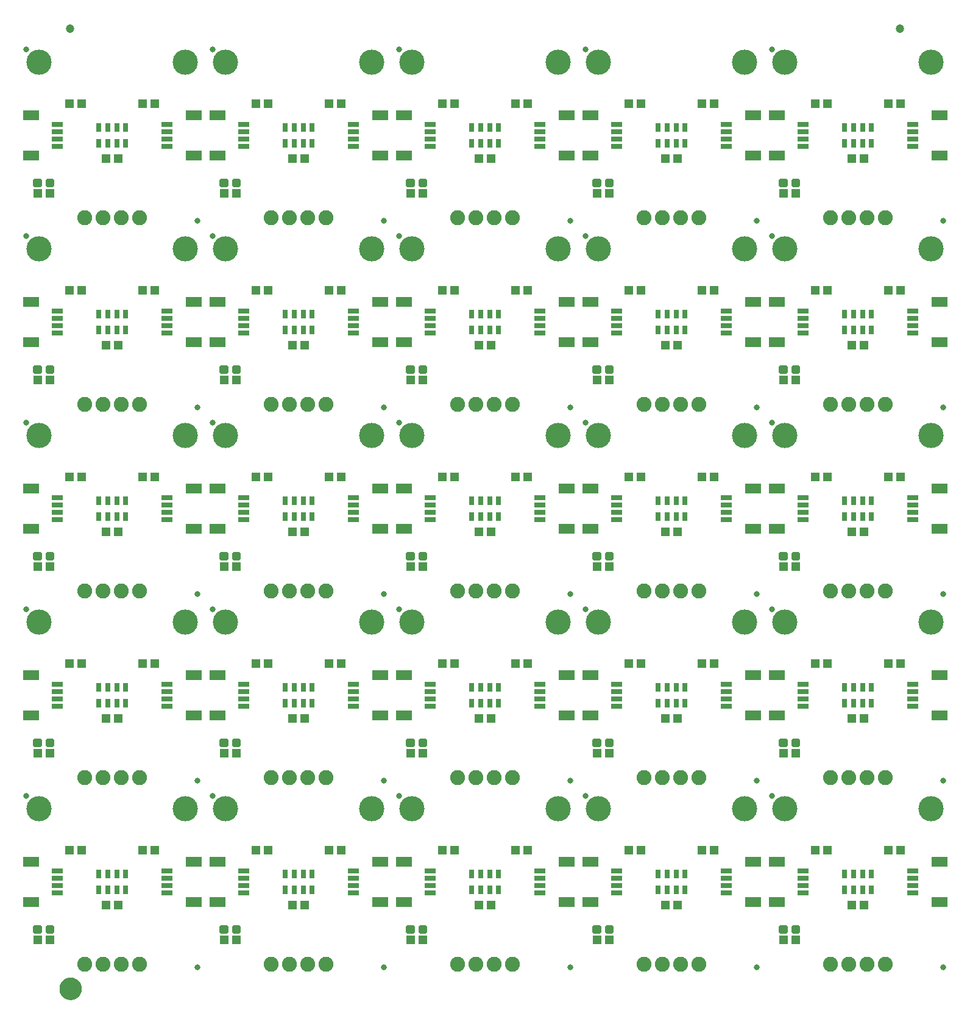
<source format=gts>
G75*
%MOIN*%
%OFA0B0*%
%FSLAX25Y25*%
%IPPOS*%
%LPD*%
%AMOC8*
5,1,8,0,0,1.08239X$1,22.5*
%
%ADD10C,0.13800*%
%ADD11C,0.03300*%
%ADD12R,0.05131X0.04737*%
%ADD13R,0.08674X0.05524*%
%ADD14R,0.06115X0.03162*%
%ADD15C,0.08200*%
%ADD16C,0.01990*%
%ADD17R,0.03162X0.05131*%
%ADD18C,0.04737*%
%ADD19C,0.05000*%
%ADD20C,0.06706*%
D10*
X0048342Y0118750D03*
X0128342Y0118750D03*
X0150342Y0118750D03*
X0230342Y0118750D03*
X0252342Y0118750D03*
X0332342Y0118750D03*
X0354342Y0118750D03*
X0434342Y0118750D03*
X0456342Y0118750D03*
X0536342Y0118750D03*
X0536342Y0220750D03*
X0456342Y0220750D03*
X0434342Y0220750D03*
X0354342Y0220750D03*
X0332342Y0220750D03*
X0252342Y0220750D03*
X0230342Y0220750D03*
X0150342Y0220750D03*
X0128342Y0220750D03*
X0048342Y0220750D03*
X0048342Y0322750D03*
X0128342Y0322750D03*
X0150342Y0322750D03*
X0230342Y0322750D03*
X0252342Y0322750D03*
X0332342Y0322750D03*
X0354342Y0322750D03*
X0434342Y0322750D03*
X0456342Y0322750D03*
X0536342Y0322750D03*
X0536342Y0424750D03*
X0456342Y0424750D03*
X0434342Y0424750D03*
X0354342Y0424750D03*
X0332342Y0424750D03*
X0252342Y0424750D03*
X0230342Y0424750D03*
X0150342Y0424750D03*
X0128342Y0424750D03*
X0048342Y0424750D03*
X0048342Y0526750D03*
X0128342Y0526750D03*
X0150342Y0526750D03*
X0230342Y0526750D03*
X0252342Y0526750D03*
X0332342Y0526750D03*
X0354342Y0526750D03*
X0434342Y0526750D03*
X0456342Y0526750D03*
X0536342Y0526750D03*
D11*
X0449342Y0533750D03*
X0440842Y0440250D03*
X0449342Y0431750D03*
X0542842Y0440250D03*
X0542842Y0338250D03*
X0449342Y0329750D03*
X0440842Y0338250D03*
X0347342Y0329750D03*
X0338842Y0338250D03*
X0245342Y0329750D03*
X0236842Y0338250D03*
X0143342Y0329750D03*
X0134842Y0338250D03*
X0041342Y0329750D03*
X0134842Y0236250D03*
X0143342Y0227750D03*
X0236842Y0236250D03*
X0245342Y0227750D03*
X0338842Y0236250D03*
X0347342Y0227750D03*
X0440842Y0236250D03*
X0449342Y0227750D03*
X0542842Y0236250D03*
X0542842Y0134250D03*
X0449342Y0125750D03*
X0440842Y0134250D03*
X0347342Y0125750D03*
X0338842Y0134250D03*
X0245342Y0125750D03*
X0236842Y0134250D03*
X0143342Y0125750D03*
X0134842Y0134250D03*
X0041342Y0125750D03*
X0134842Y0032250D03*
X0236842Y0032250D03*
X0338842Y0032250D03*
X0440842Y0032250D03*
X0542842Y0032250D03*
X0347342Y0431750D03*
X0338842Y0440250D03*
X0245342Y0431750D03*
X0236842Y0440250D03*
X0143342Y0431750D03*
X0134842Y0440250D03*
X0041342Y0431750D03*
X0041342Y0533750D03*
X0143342Y0533750D03*
X0245342Y0533750D03*
X0347342Y0533750D03*
X0041342Y0227750D03*
D12*
X0047495Y0047250D03*
X0054188Y0047250D03*
X0084995Y0066250D03*
X0091688Y0066250D03*
X0104995Y0096250D03*
X0111688Y0096250D03*
X0071688Y0096250D03*
X0064995Y0096250D03*
X0054188Y0149250D03*
X0047495Y0149250D03*
X0084995Y0168250D03*
X0091688Y0168250D03*
X0104995Y0198250D03*
X0111688Y0198250D03*
X0071688Y0198250D03*
X0064995Y0198250D03*
X0054188Y0251250D03*
X0047495Y0251250D03*
X0084995Y0270250D03*
X0091688Y0270250D03*
X0104995Y0300250D03*
X0111688Y0300250D03*
X0071688Y0300250D03*
X0064995Y0300250D03*
X0054188Y0353250D03*
X0047495Y0353250D03*
X0084995Y0372250D03*
X0091688Y0372250D03*
X0104995Y0402250D03*
X0111688Y0402250D03*
X0071688Y0402250D03*
X0064995Y0402250D03*
X0054188Y0455250D03*
X0047495Y0455250D03*
X0084995Y0474250D03*
X0091688Y0474250D03*
X0104995Y0504250D03*
X0111688Y0504250D03*
X0071688Y0504250D03*
X0064995Y0504250D03*
X0149495Y0455250D03*
X0156188Y0455250D03*
X0186995Y0474250D03*
X0193688Y0474250D03*
X0206995Y0504250D03*
X0213688Y0504250D03*
X0173688Y0504250D03*
X0166995Y0504250D03*
X0251495Y0455250D03*
X0258188Y0455250D03*
X0288995Y0474250D03*
X0295688Y0474250D03*
X0308995Y0504250D03*
X0315688Y0504250D03*
X0275688Y0504250D03*
X0268995Y0504250D03*
X0353495Y0455250D03*
X0360188Y0455250D03*
X0390995Y0474250D03*
X0397688Y0474250D03*
X0410995Y0504250D03*
X0417688Y0504250D03*
X0377688Y0504250D03*
X0370995Y0504250D03*
X0455495Y0455250D03*
X0462188Y0455250D03*
X0492995Y0474250D03*
X0499688Y0474250D03*
X0512995Y0504250D03*
X0519688Y0504250D03*
X0479688Y0504250D03*
X0472995Y0504250D03*
X0472995Y0402250D03*
X0479688Y0402250D03*
X0492995Y0372250D03*
X0499688Y0372250D03*
X0512995Y0402250D03*
X0519688Y0402250D03*
X0462188Y0353250D03*
X0455495Y0353250D03*
X0417688Y0402250D03*
X0410995Y0402250D03*
X0397688Y0372250D03*
X0390995Y0372250D03*
X0377688Y0402250D03*
X0370995Y0402250D03*
X0360188Y0353250D03*
X0353495Y0353250D03*
X0315688Y0402250D03*
X0308995Y0402250D03*
X0295688Y0372250D03*
X0288995Y0372250D03*
X0275688Y0402250D03*
X0268995Y0402250D03*
X0258188Y0353250D03*
X0251495Y0353250D03*
X0213688Y0402250D03*
X0206995Y0402250D03*
X0193688Y0372250D03*
X0186995Y0372250D03*
X0156188Y0353250D03*
X0149495Y0353250D03*
X0166995Y0402250D03*
X0173688Y0402250D03*
X0173688Y0300250D03*
X0166995Y0300250D03*
X0186995Y0270250D03*
X0193688Y0270250D03*
X0206995Y0300250D03*
X0213688Y0300250D03*
X0251495Y0251250D03*
X0258188Y0251250D03*
X0288995Y0270250D03*
X0295688Y0270250D03*
X0308995Y0300250D03*
X0315688Y0300250D03*
X0275688Y0300250D03*
X0268995Y0300250D03*
X0353495Y0251250D03*
X0360188Y0251250D03*
X0390995Y0270250D03*
X0397688Y0270250D03*
X0410995Y0300250D03*
X0417688Y0300250D03*
X0377688Y0300250D03*
X0370995Y0300250D03*
X0455495Y0251250D03*
X0462188Y0251250D03*
X0492995Y0270250D03*
X0499688Y0270250D03*
X0512995Y0300250D03*
X0519688Y0300250D03*
X0479688Y0300250D03*
X0472995Y0300250D03*
X0472995Y0198250D03*
X0479688Y0198250D03*
X0492995Y0168250D03*
X0499688Y0168250D03*
X0512995Y0198250D03*
X0519688Y0198250D03*
X0462188Y0149250D03*
X0455495Y0149250D03*
X0417688Y0198250D03*
X0410995Y0198250D03*
X0397688Y0168250D03*
X0390995Y0168250D03*
X0377688Y0198250D03*
X0370995Y0198250D03*
X0360188Y0149250D03*
X0353495Y0149250D03*
X0315688Y0198250D03*
X0308995Y0198250D03*
X0295688Y0168250D03*
X0288995Y0168250D03*
X0275688Y0198250D03*
X0268995Y0198250D03*
X0258188Y0149250D03*
X0251495Y0149250D03*
X0213688Y0198250D03*
X0206995Y0198250D03*
X0193688Y0168250D03*
X0186995Y0168250D03*
X0156188Y0149250D03*
X0149495Y0149250D03*
X0166995Y0198250D03*
X0173688Y0198250D03*
X0156188Y0251250D03*
X0149495Y0251250D03*
X0166995Y0096250D03*
X0173688Y0096250D03*
X0186995Y0066250D03*
X0193688Y0066250D03*
X0206995Y0096250D03*
X0213688Y0096250D03*
X0251495Y0047250D03*
X0258188Y0047250D03*
X0288995Y0066250D03*
X0295688Y0066250D03*
X0308995Y0096250D03*
X0315688Y0096250D03*
X0275688Y0096250D03*
X0268995Y0096250D03*
X0353495Y0047250D03*
X0360188Y0047250D03*
X0390995Y0066250D03*
X0397688Y0066250D03*
X0410995Y0096250D03*
X0417688Y0096250D03*
X0377688Y0096250D03*
X0370995Y0096250D03*
X0455495Y0047250D03*
X0462188Y0047250D03*
X0492995Y0066250D03*
X0499688Y0066250D03*
X0512995Y0096250D03*
X0519688Y0096250D03*
X0479688Y0096250D03*
X0472995Y0096250D03*
X0156188Y0047250D03*
X0149495Y0047250D03*
D13*
X0145873Y0067726D03*
X0132810Y0067726D03*
X0132810Y0089774D03*
X0145873Y0089774D03*
X0145873Y0169726D03*
X0132810Y0169726D03*
X0132810Y0191774D03*
X0145873Y0191774D03*
X0145873Y0271726D03*
X0132810Y0271726D03*
X0132810Y0293774D03*
X0145873Y0293774D03*
X0145873Y0373726D03*
X0132810Y0373726D03*
X0132810Y0395774D03*
X0145873Y0395774D03*
X0145873Y0475726D03*
X0132810Y0475726D03*
X0132810Y0497774D03*
X0145873Y0497774D03*
X0234810Y0497774D03*
X0247873Y0497774D03*
X0247873Y0475726D03*
X0234810Y0475726D03*
X0234810Y0395774D03*
X0247873Y0395774D03*
X0247873Y0373726D03*
X0234810Y0373726D03*
X0234810Y0293774D03*
X0247873Y0293774D03*
X0247873Y0271726D03*
X0234810Y0271726D03*
X0234810Y0191774D03*
X0247873Y0191774D03*
X0247873Y0169726D03*
X0234810Y0169726D03*
X0234810Y0089774D03*
X0247873Y0089774D03*
X0247873Y0067726D03*
X0234810Y0067726D03*
X0336810Y0067726D03*
X0349873Y0067726D03*
X0349873Y0089774D03*
X0336810Y0089774D03*
X0336810Y0169726D03*
X0349873Y0169726D03*
X0349873Y0191774D03*
X0336810Y0191774D03*
X0336810Y0271726D03*
X0349873Y0271726D03*
X0349873Y0293774D03*
X0336810Y0293774D03*
X0336810Y0373726D03*
X0349873Y0373726D03*
X0349873Y0395774D03*
X0336810Y0395774D03*
X0336810Y0475726D03*
X0349873Y0475726D03*
X0349873Y0497774D03*
X0336810Y0497774D03*
X0438810Y0497774D03*
X0451873Y0497774D03*
X0451873Y0475726D03*
X0438810Y0475726D03*
X0438810Y0395774D03*
X0451873Y0395774D03*
X0451873Y0373726D03*
X0438810Y0373726D03*
X0438810Y0293774D03*
X0451873Y0293774D03*
X0451873Y0271726D03*
X0438810Y0271726D03*
X0438810Y0191774D03*
X0451873Y0191774D03*
X0451873Y0169726D03*
X0438810Y0169726D03*
X0438810Y0089774D03*
X0451873Y0089774D03*
X0451873Y0067726D03*
X0438810Y0067726D03*
X0540810Y0067726D03*
X0540810Y0089774D03*
X0540810Y0169726D03*
X0540810Y0191774D03*
X0540810Y0271726D03*
X0540810Y0293774D03*
X0540810Y0373726D03*
X0540810Y0395774D03*
X0540810Y0475726D03*
X0540810Y0497774D03*
X0043873Y0497774D03*
X0043873Y0475726D03*
X0043873Y0395774D03*
X0043873Y0373726D03*
X0043873Y0293774D03*
X0043873Y0271726D03*
X0043873Y0191774D03*
X0043873Y0169726D03*
X0043873Y0089774D03*
X0043873Y0067726D03*
D14*
X0058342Y0072844D03*
X0058342Y0076781D03*
X0058342Y0080719D03*
X0058342Y0084656D03*
X0118342Y0084656D03*
X0118342Y0080719D03*
X0118342Y0076781D03*
X0118342Y0072844D03*
X0160342Y0072844D03*
X0160342Y0076781D03*
X0160342Y0080719D03*
X0160342Y0084656D03*
X0220342Y0084656D03*
X0220342Y0080719D03*
X0220342Y0076781D03*
X0220342Y0072844D03*
X0262342Y0072844D03*
X0262342Y0076781D03*
X0262342Y0080719D03*
X0262342Y0084656D03*
X0322342Y0084656D03*
X0322342Y0080719D03*
X0322342Y0076781D03*
X0322342Y0072844D03*
X0364342Y0072844D03*
X0364342Y0076781D03*
X0364342Y0080719D03*
X0364342Y0084656D03*
X0424342Y0084656D03*
X0424342Y0080719D03*
X0424342Y0076781D03*
X0424342Y0072844D03*
X0466342Y0072844D03*
X0466342Y0076781D03*
X0466342Y0080719D03*
X0466342Y0084656D03*
X0526342Y0084656D03*
X0526342Y0080719D03*
X0526342Y0076781D03*
X0526342Y0072844D03*
X0526342Y0174844D03*
X0526342Y0178781D03*
X0526342Y0182719D03*
X0526342Y0186656D03*
X0466342Y0186656D03*
X0466342Y0182719D03*
X0466342Y0178781D03*
X0466342Y0174844D03*
X0424342Y0174844D03*
X0424342Y0178781D03*
X0424342Y0182719D03*
X0424342Y0186656D03*
X0364342Y0186656D03*
X0364342Y0182719D03*
X0364342Y0178781D03*
X0364342Y0174844D03*
X0322342Y0174844D03*
X0322342Y0178781D03*
X0322342Y0182719D03*
X0322342Y0186656D03*
X0262342Y0186656D03*
X0262342Y0182719D03*
X0262342Y0178781D03*
X0262342Y0174844D03*
X0220342Y0174844D03*
X0220342Y0178781D03*
X0220342Y0182719D03*
X0220342Y0186656D03*
X0160342Y0186656D03*
X0160342Y0182719D03*
X0160342Y0178781D03*
X0160342Y0174844D03*
X0118342Y0174844D03*
X0118342Y0178781D03*
X0118342Y0182719D03*
X0118342Y0186656D03*
X0058342Y0186656D03*
X0058342Y0182719D03*
X0058342Y0178781D03*
X0058342Y0174844D03*
X0058342Y0276844D03*
X0058342Y0280781D03*
X0058342Y0284719D03*
X0058342Y0288656D03*
X0118342Y0288656D03*
X0118342Y0284719D03*
X0118342Y0280781D03*
X0118342Y0276844D03*
X0160342Y0276844D03*
X0160342Y0280781D03*
X0160342Y0284719D03*
X0160342Y0288656D03*
X0220342Y0288656D03*
X0220342Y0284719D03*
X0220342Y0280781D03*
X0220342Y0276844D03*
X0262342Y0276844D03*
X0262342Y0280781D03*
X0262342Y0284719D03*
X0262342Y0288656D03*
X0322342Y0288656D03*
X0322342Y0284719D03*
X0322342Y0280781D03*
X0322342Y0276844D03*
X0364342Y0276844D03*
X0364342Y0280781D03*
X0364342Y0284719D03*
X0364342Y0288656D03*
X0424342Y0288656D03*
X0424342Y0284719D03*
X0424342Y0280781D03*
X0424342Y0276844D03*
X0466342Y0276844D03*
X0466342Y0280781D03*
X0466342Y0284719D03*
X0466342Y0288656D03*
X0526342Y0288656D03*
X0526342Y0284719D03*
X0526342Y0280781D03*
X0526342Y0276844D03*
X0526342Y0378844D03*
X0526342Y0382781D03*
X0526342Y0386719D03*
X0526342Y0390656D03*
X0466342Y0390656D03*
X0466342Y0386719D03*
X0466342Y0382781D03*
X0466342Y0378844D03*
X0424342Y0378844D03*
X0424342Y0382781D03*
X0424342Y0386719D03*
X0424342Y0390656D03*
X0364342Y0390656D03*
X0364342Y0386719D03*
X0364342Y0382781D03*
X0364342Y0378844D03*
X0322342Y0378844D03*
X0322342Y0382781D03*
X0322342Y0386719D03*
X0322342Y0390656D03*
X0262342Y0390656D03*
X0262342Y0386719D03*
X0262342Y0382781D03*
X0262342Y0378844D03*
X0220342Y0378844D03*
X0220342Y0382781D03*
X0220342Y0386719D03*
X0220342Y0390656D03*
X0160342Y0390656D03*
X0160342Y0386719D03*
X0160342Y0382781D03*
X0160342Y0378844D03*
X0118342Y0378844D03*
X0118342Y0382781D03*
X0118342Y0386719D03*
X0118342Y0390656D03*
X0058342Y0390656D03*
X0058342Y0386719D03*
X0058342Y0382781D03*
X0058342Y0378844D03*
X0058342Y0480844D03*
X0058342Y0484781D03*
X0058342Y0488719D03*
X0058342Y0492656D03*
X0118342Y0492656D03*
X0118342Y0488719D03*
X0118342Y0484781D03*
X0118342Y0480844D03*
X0160342Y0480844D03*
X0160342Y0484781D03*
X0160342Y0488719D03*
X0160342Y0492656D03*
X0220342Y0492656D03*
X0220342Y0488719D03*
X0220342Y0484781D03*
X0220342Y0480844D03*
X0262342Y0480844D03*
X0262342Y0484781D03*
X0262342Y0488719D03*
X0262342Y0492656D03*
X0322342Y0492656D03*
X0322342Y0488719D03*
X0322342Y0484781D03*
X0322342Y0480844D03*
X0364342Y0480844D03*
X0364342Y0484781D03*
X0364342Y0488719D03*
X0364342Y0492656D03*
X0424342Y0492656D03*
X0424342Y0488719D03*
X0424342Y0484781D03*
X0424342Y0480844D03*
X0466342Y0480844D03*
X0466342Y0484781D03*
X0466342Y0488719D03*
X0466342Y0492656D03*
X0526342Y0492656D03*
X0526342Y0488719D03*
X0526342Y0484781D03*
X0526342Y0480844D03*
D15*
X0511342Y0441750D03*
X0501342Y0441750D03*
X0491342Y0441750D03*
X0481342Y0441750D03*
X0409342Y0441750D03*
X0399342Y0441750D03*
X0389342Y0441750D03*
X0379342Y0441750D03*
X0307342Y0441750D03*
X0297342Y0441750D03*
X0287342Y0441750D03*
X0277342Y0441750D03*
X0205342Y0441750D03*
X0195342Y0441750D03*
X0185342Y0441750D03*
X0175342Y0441750D03*
X0103342Y0441750D03*
X0093342Y0441750D03*
X0083342Y0441750D03*
X0073342Y0441750D03*
X0073342Y0339750D03*
X0083342Y0339750D03*
X0093342Y0339750D03*
X0103342Y0339750D03*
X0175342Y0339750D03*
X0185342Y0339750D03*
X0195342Y0339750D03*
X0205342Y0339750D03*
X0277342Y0339750D03*
X0287342Y0339750D03*
X0297342Y0339750D03*
X0307342Y0339750D03*
X0379342Y0339750D03*
X0389342Y0339750D03*
X0399342Y0339750D03*
X0409342Y0339750D03*
X0481342Y0339750D03*
X0491342Y0339750D03*
X0501342Y0339750D03*
X0511342Y0339750D03*
X0511342Y0237750D03*
X0501342Y0237750D03*
X0491342Y0237750D03*
X0481342Y0237750D03*
X0409342Y0237750D03*
X0399342Y0237750D03*
X0389342Y0237750D03*
X0379342Y0237750D03*
X0307342Y0237750D03*
X0297342Y0237750D03*
X0287342Y0237750D03*
X0277342Y0237750D03*
X0205342Y0237750D03*
X0195342Y0237750D03*
X0185342Y0237750D03*
X0175342Y0237750D03*
X0103342Y0237750D03*
X0093342Y0237750D03*
X0083342Y0237750D03*
X0073342Y0237750D03*
X0073342Y0135750D03*
X0083342Y0135750D03*
X0093342Y0135750D03*
X0103342Y0135750D03*
X0175342Y0135750D03*
X0185342Y0135750D03*
X0195342Y0135750D03*
X0205342Y0135750D03*
X0277342Y0135750D03*
X0287342Y0135750D03*
X0297342Y0135750D03*
X0307342Y0135750D03*
X0379342Y0135750D03*
X0389342Y0135750D03*
X0399342Y0135750D03*
X0409342Y0135750D03*
X0481342Y0135750D03*
X0491342Y0135750D03*
X0501342Y0135750D03*
X0511342Y0135750D03*
X0511342Y0033750D03*
X0501342Y0033750D03*
X0491342Y0033750D03*
X0481342Y0033750D03*
X0409342Y0033750D03*
X0399342Y0033750D03*
X0389342Y0033750D03*
X0379342Y0033750D03*
X0307342Y0033750D03*
X0297342Y0033750D03*
X0287342Y0033750D03*
X0277342Y0033750D03*
X0205342Y0033750D03*
X0195342Y0033750D03*
X0185342Y0033750D03*
X0175342Y0033750D03*
X0103342Y0033750D03*
X0093342Y0033750D03*
X0083342Y0033750D03*
X0073342Y0033750D03*
D16*
X0052922Y0051377D02*
X0052922Y0054123D01*
X0055668Y0054123D01*
X0055668Y0051377D01*
X0052922Y0051377D01*
X0052922Y0053267D02*
X0055668Y0053267D01*
X0046016Y0054123D02*
X0046016Y0051377D01*
X0046016Y0054123D02*
X0048762Y0054123D01*
X0048762Y0051377D01*
X0046016Y0051377D01*
X0046016Y0053267D02*
X0048762Y0053267D01*
X0148016Y0054123D02*
X0148016Y0051377D01*
X0148016Y0054123D02*
X0150762Y0054123D01*
X0150762Y0051377D01*
X0148016Y0051377D01*
X0148016Y0053267D02*
X0150762Y0053267D01*
X0154922Y0054123D02*
X0154922Y0051377D01*
X0154922Y0054123D02*
X0157668Y0054123D01*
X0157668Y0051377D01*
X0154922Y0051377D01*
X0154922Y0053267D02*
X0157668Y0053267D01*
X0250016Y0054123D02*
X0250016Y0051377D01*
X0250016Y0054123D02*
X0252762Y0054123D01*
X0252762Y0051377D01*
X0250016Y0051377D01*
X0250016Y0053267D02*
X0252762Y0053267D01*
X0256922Y0054123D02*
X0256922Y0051377D01*
X0256922Y0054123D02*
X0259668Y0054123D01*
X0259668Y0051377D01*
X0256922Y0051377D01*
X0256922Y0053267D02*
X0259668Y0053267D01*
X0352016Y0054123D02*
X0352016Y0051377D01*
X0352016Y0054123D02*
X0354762Y0054123D01*
X0354762Y0051377D01*
X0352016Y0051377D01*
X0352016Y0053267D02*
X0354762Y0053267D01*
X0358922Y0054123D02*
X0358922Y0051377D01*
X0358922Y0054123D02*
X0361668Y0054123D01*
X0361668Y0051377D01*
X0358922Y0051377D01*
X0358922Y0053267D02*
X0361668Y0053267D01*
X0454016Y0054123D02*
X0454016Y0051377D01*
X0454016Y0054123D02*
X0456762Y0054123D01*
X0456762Y0051377D01*
X0454016Y0051377D01*
X0454016Y0053267D02*
X0456762Y0053267D01*
X0460922Y0054123D02*
X0460922Y0051377D01*
X0460922Y0054123D02*
X0463668Y0054123D01*
X0463668Y0051377D01*
X0460922Y0051377D01*
X0460922Y0053267D02*
X0463668Y0053267D01*
X0460922Y0153377D02*
X0460922Y0156123D01*
X0463668Y0156123D01*
X0463668Y0153377D01*
X0460922Y0153377D01*
X0460922Y0155267D02*
X0463668Y0155267D01*
X0454016Y0156123D02*
X0454016Y0153377D01*
X0454016Y0156123D02*
X0456762Y0156123D01*
X0456762Y0153377D01*
X0454016Y0153377D01*
X0454016Y0155267D02*
X0456762Y0155267D01*
X0358922Y0156123D02*
X0358922Y0153377D01*
X0358922Y0156123D02*
X0361668Y0156123D01*
X0361668Y0153377D01*
X0358922Y0153377D01*
X0358922Y0155267D02*
X0361668Y0155267D01*
X0352016Y0156123D02*
X0352016Y0153377D01*
X0352016Y0156123D02*
X0354762Y0156123D01*
X0354762Y0153377D01*
X0352016Y0153377D01*
X0352016Y0155267D02*
X0354762Y0155267D01*
X0256922Y0156123D02*
X0256922Y0153377D01*
X0256922Y0156123D02*
X0259668Y0156123D01*
X0259668Y0153377D01*
X0256922Y0153377D01*
X0256922Y0155267D02*
X0259668Y0155267D01*
X0250016Y0156123D02*
X0250016Y0153377D01*
X0250016Y0156123D02*
X0252762Y0156123D01*
X0252762Y0153377D01*
X0250016Y0153377D01*
X0250016Y0155267D02*
X0252762Y0155267D01*
X0154922Y0156123D02*
X0154922Y0153377D01*
X0154922Y0156123D02*
X0157668Y0156123D01*
X0157668Y0153377D01*
X0154922Y0153377D01*
X0154922Y0155267D02*
X0157668Y0155267D01*
X0148016Y0156123D02*
X0148016Y0153377D01*
X0148016Y0156123D02*
X0150762Y0156123D01*
X0150762Y0153377D01*
X0148016Y0153377D01*
X0148016Y0155267D02*
X0150762Y0155267D01*
X0052922Y0156123D02*
X0052922Y0153377D01*
X0052922Y0156123D02*
X0055668Y0156123D01*
X0055668Y0153377D01*
X0052922Y0153377D01*
X0052922Y0155267D02*
X0055668Y0155267D01*
X0046016Y0156123D02*
X0046016Y0153377D01*
X0046016Y0156123D02*
X0048762Y0156123D01*
X0048762Y0153377D01*
X0046016Y0153377D01*
X0046016Y0155267D02*
X0048762Y0155267D01*
X0046016Y0255377D02*
X0046016Y0258123D01*
X0048762Y0258123D01*
X0048762Y0255377D01*
X0046016Y0255377D01*
X0046016Y0257267D02*
X0048762Y0257267D01*
X0052922Y0258123D02*
X0052922Y0255377D01*
X0052922Y0258123D02*
X0055668Y0258123D01*
X0055668Y0255377D01*
X0052922Y0255377D01*
X0052922Y0257267D02*
X0055668Y0257267D01*
X0148016Y0258123D02*
X0148016Y0255377D01*
X0148016Y0258123D02*
X0150762Y0258123D01*
X0150762Y0255377D01*
X0148016Y0255377D01*
X0148016Y0257267D02*
X0150762Y0257267D01*
X0154922Y0258123D02*
X0154922Y0255377D01*
X0154922Y0258123D02*
X0157668Y0258123D01*
X0157668Y0255377D01*
X0154922Y0255377D01*
X0154922Y0257267D02*
X0157668Y0257267D01*
X0250016Y0258123D02*
X0250016Y0255377D01*
X0250016Y0258123D02*
X0252762Y0258123D01*
X0252762Y0255377D01*
X0250016Y0255377D01*
X0250016Y0257267D02*
X0252762Y0257267D01*
X0256922Y0258123D02*
X0256922Y0255377D01*
X0256922Y0258123D02*
X0259668Y0258123D01*
X0259668Y0255377D01*
X0256922Y0255377D01*
X0256922Y0257267D02*
X0259668Y0257267D01*
X0352016Y0258123D02*
X0352016Y0255377D01*
X0352016Y0258123D02*
X0354762Y0258123D01*
X0354762Y0255377D01*
X0352016Y0255377D01*
X0352016Y0257267D02*
X0354762Y0257267D01*
X0358922Y0258123D02*
X0358922Y0255377D01*
X0358922Y0258123D02*
X0361668Y0258123D01*
X0361668Y0255377D01*
X0358922Y0255377D01*
X0358922Y0257267D02*
X0361668Y0257267D01*
X0454016Y0258123D02*
X0454016Y0255377D01*
X0454016Y0258123D02*
X0456762Y0258123D01*
X0456762Y0255377D01*
X0454016Y0255377D01*
X0454016Y0257267D02*
X0456762Y0257267D01*
X0460922Y0258123D02*
X0460922Y0255377D01*
X0460922Y0258123D02*
X0463668Y0258123D01*
X0463668Y0255377D01*
X0460922Y0255377D01*
X0460922Y0257267D02*
X0463668Y0257267D01*
X0460922Y0357377D02*
X0460922Y0360123D01*
X0463668Y0360123D01*
X0463668Y0357377D01*
X0460922Y0357377D01*
X0460922Y0359267D02*
X0463668Y0359267D01*
X0454016Y0360123D02*
X0454016Y0357377D01*
X0454016Y0360123D02*
X0456762Y0360123D01*
X0456762Y0357377D01*
X0454016Y0357377D01*
X0454016Y0359267D02*
X0456762Y0359267D01*
X0358922Y0360123D02*
X0358922Y0357377D01*
X0358922Y0360123D02*
X0361668Y0360123D01*
X0361668Y0357377D01*
X0358922Y0357377D01*
X0358922Y0359267D02*
X0361668Y0359267D01*
X0352016Y0360123D02*
X0352016Y0357377D01*
X0352016Y0360123D02*
X0354762Y0360123D01*
X0354762Y0357377D01*
X0352016Y0357377D01*
X0352016Y0359267D02*
X0354762Y0359267D01*
X0256922Y0360123D02*
X0256922Y0357377D01*
X0256922Y0360123D02*
X0259668Y0360123D01*
X0259668Y0357377D01*
X0256922Y0357377D01*
X0256922Y0359267D02*
X0259668Y0359267D01*
X0250016Y0360123D02*
X0250016Y0357377D01*
X0250016Y0360123D02*
X0252762Y0360123D01*
X0252762Y0357377D01*
X0250016Y0357377D01*
X0250016Y0359267D02*
X0252762Y0359267D01*
X0154922Y0360123D02*
X0154922Y0357377D01*
X0154922Y0360123D02*
X0157668Y0360123D01*
X0157668Y0357377D01*
X0154922Y0357377D01*
X0154922Y0359267D02*
X0157668Y0359267D01*
X0148016Y0360123D02*
X0148016Y0357377D01*
X0148016Y0360123D02*
X0150762Y0360123D01*
X0150762Y0357377D01*
X0148016Y0357377D01*
X0148016Y0359267D02*
X0150762Y0359267D01*
X0052922Y0360123D02*
X0052922Y0357377D01*
X0052922Y0360123D02*
X0055668Y0360123D01*
X0055668Y0357377D01*
X0052922Y0357377D01*
X0052922Y0359267D02*
X0055668Y0359267D01*
X0046016Y0360123D02*
X0046016Y0357377D01*
X0046016Y0360123D02*
X0048762Y0360123D01*
X0048762Y0357377D01*
X0046016Y0357377D01*
X0046016Y0359267D02*
X0048762Y0359267D01*
X0046016Y0459377D02*
X0046016Y0462123D01*
X0048762Y0462123D01*
X0048762Y0459377D01*
X0046016Y0459377D01*
X0046016Y0461267D02*
X0048762Y0461267D01*
X0052922Y0462123D02*
X0052922Y0459377D01*
X0052922Y0462123D02*
X0055668Y0462123D01*
X0055668Y0459377D01*
X0052922Y0459377D01*
X0052922Y0461267D02*
X0055668Y0461267D01*
X0148016Y0462123D02*
X0148016Y0459377D01*
X0148016Y0462123D02*
X0150762Y0462123D01*
X0150762Y0459377D01*
X0148016Y0459377D01*
X0148016Y0461267D02*
X0150762Y0461267D01*
X0154922Y0462123D02*
X0154922Y0459377D01*
X0154922Y0462123D02*
X0157668Y0462123D01*
X0157668Y0459377D01*
X0154922Y0459377D01*
X0154922Y0461267D02*
X0157668Y0461267D01*
X0250016Y0462123D02*
X0250016Y0459377D01*
X0250016Y0462123D02*
X0252762Y0462123D01*
X0252762Y0459377D01*
X0250016Y0459377D01*
X0250016Y0461267D02*
X0252762Y0461267D01*
X0256922Y0462123D02*
X0256922Y0459377D01*
X0256922Y0462123D02*
X0259668Y0462123D01*
X0259668Y0459377D01*
X0256922Y0459377D01*
X0256922Y0461267D02*
X0259668Y0461267D01*
X0352016Y0462123D02*
X0352016Y0459377D01*
X0352016Y0462123D02*
X0354762Y0462123D01*
X0354762Y0459377D01*
X0352016Y0459377D01*
X0352016Y0461267D02*
X0354762Y0461267D01*
X0358922Y0462123D02*
X0358922Y0459377D01*
X0358922Y0462123D02*
X0361668Y0462123D01*
X0361668Y0459377D01*
X0358922Y0459377D01*
X0358922Y0461267D02*
X0361668Y0461267D01*
X0454016Y0462123D02*
X0454016Y0459377D01*
X0454016Y0462123D02*
X0456762Y0462123D01*
X0456762Y0459377D01*
X0454016Y0459377D01*
X0454016Y0461267D02*
X0456762Y0461267D01*
X0460922Y0462123D02*
X0460922Y0459377D01*
X0460922Y0462123D02*
X0463668Y0462123D01*
X0463668Y0459377D01*
X0460922Y0459377D01*
X0460922Y0461267D02*
X0463668Y0461267D01*
D17*
X0488960Y0482419D03*
X0493881Y0482419D03*
X0498802Y0482419D03*
X0503724Y0482419D03*
X0503724Y0491081D03*
X0498802Y0491081D03*
X0493881Y0491081D03*
X0488960Y0491081D03*
X0401724Y0491081D03*
X0396802Y0491081D03*
X0391881Y0491081D03*
X0386960Y0491081D03*
X0386960Y0482419D03*
X0391881Y0482419D03*
X0396802Y0482419D03*
X0401724Y0482419D03*
X0401724Y0389081D03*
X0396802Y0389081D03*
X0391881Y0389081D03*
X0386960Y0389081D03*
X0386960Y0380419D03*
X0391881Y0380419D03*
X0396802Y0380419D03*
X0401724Y0380419D03*
X0488960Y0380419D03*
X0493881Y0380419D03*
X0498802Y0380419D03*
X0503724Y0380419D03*
X0503724Y0389081D03*
X0498802Y0389081D03*
X0493881Y0389081D03*
X0488960Y0389081D03*
X0488960Y0287081D03*
X0493881Y0287081D03*
X0498802Y0287081D03*
X0503724Y0287081D03*
X0503724Y0278419D03*
X0498802Y0278419D03*
X0493881Y0278419D03*
X0488960Y0278419D03*
X0401724Y0278419D03*
X0396802Y0278419D03*
X0391881Y0278419D03*
X0386960Y0278419D03*
X0386960Y0287081D03*
X0391881Y0287081D03*
X0396802Y0287081D03*
X0401724Y0287081D03*
X0299724Y0287081D03*
X0294802Y0287081D03*
X0289881Y0287081D03*
X0284960Y0287081D03*
X0284960Y0278419D03*
X0289881Y0278419D03*
X0294802Y0278419D03*
X0299724Y0278419D03*
X0299724Y0185081D03*
X0294802Y0185081D03*
X0289881Y0185081D03*
X0284960Y0185081D03*
X0284960Y0176419D03*
X0289881Y0176419D03*
X0294802Y0176419D03*
X0299724Y0176419D03*
X0386960Y0176419D03*
X0391881Y0176419D03*
X0396802Y0176419D03*
X0401724Y0176419D03*
X0401724Y0185081D03*
X0396802Y0185081D03*
X0391881Y0185081D03*
X0386960Y0185081D03*
X0488960Y0185081D03*
X0493881Y0185081D03*
X0498802Y0185081D03*
X0503724Y0185081D03*
X0503724Y0176419D03*
X0498802Y0176419D03*
X0493881Y0176419D03*
X0488960Y0176419D03*
X0488960Y0083081D03*
X0493881Y0083081D03*
X0498802Y0083081D03*
X0503724Y0083081D03*
X0503724Y0074419D03*
X0498802Y0074419D03*
X0493881Y0074419D03*
X0488960Y0074419D03*
X0401724Y0074419D03*
X0396802Y0074419D03*
X0391881Y0074419D03*
X0386960Y0074419D03*
X0386960Y0083081D03*
X0391881Y0083081D03*
X0396802Y0083081D03*
X0401724Y0083081D03*
X0299724Y0083081D03*
X0294802Y0083081D03*
X0289881Y0083081D03*
X0284960Y0083081D03*
X0284960Y0074419D03*
X0289881Y0074419D03*
X0294802Y0074419D03*
X0299724Y0074419D03*
X0197724Y0074419D03*
X0192802Y0074419D03*
X0187881Y0074419D03*
X0182960Y0074419D03*
X0182960Y0083081D03*
X0187881Y0083081D03*
X0192802Y0083081D03*
X0197724Y0083081D03*
X0197724Y0176419D03*
X0192802Y0176419D03*
X0187881Y0176419D03*
X0182960Y0176419D03*
X0182960Y0185081D03*
X0187881Y0185081D03*
X0192802Y0185081D03*
X0197724Y0185081D03*
X0197724Y0278419D03*
X0192802Y0278419D03*
X0187881Y0278419D03*
X0182960Y0278419D03*
X0182960Y0287081D03*
X0187881Y0287081D03*
X0192802Y0287081D03*
X0197724Y0287081D03*
X0197724Y0380419D03*
X0192802Y0380419D03*
X0187881Y0380419D03*
X0182960Y0380419D03*
X0182960Y0389081D03*
X0187881Y0389081D03*
X0192802Y0389081D03*
X0197724Y0389081D03*
X0284960Y0389081D03*
X0289881Y0389081D03*
X0294802Y0389081D03*
X0299724Y0389081D03*
X0299724Y0380419D03*
X0294802Y0380419D03*
X0289881Y0380419D03*
X0284960Y0380419D03*
X0284960Y0482419D03*
X0289881Y0482419D03*
X0294802Y0482419D03*
X0299724Y0482419D03*
X0299724Y0491081D03*
X0294802Y0491081D03*
X0289881Y0491081D03*
X0284960Y0491081D03*
X0197724Y0491081D03*
X0192802Y0491081D03*
X0187881Y0491081D03*
X0182960Y0491081D03*
X0182960Y0482419D03*
X0187881Y0482419D03*
X0192802Y0482419D03*
X0197724Y0482419D03*
X0095724Y0482419D03*
X0090802Y0482419D03*
X0085881Y0482419D03*
X0080960Y0482419D03*
X0080960Y0491081D03*
X0085881Y0491081D03*
X0090802Y0491081D03*
X0095724Y0491081D03*
X0095724Y0389081D03*
X0090802Y0389081D03*
X0085881Y0389081D03*
X0080960Y0389081D03*
X0080960Y0380419D03*
X0085881Y0380419D03*
X0090802Y0380419D03*
X0095724Y0380419D03*
X0095724Y0287081D03*
X0090802Y0287081D03*
X0085881Y0287081D03*
X0080960Y0287081D03*
X0080960Y0278419D03*
X0085881Y0278419D03*
X0090802Y0278419D03*
X0095724Y0278419D03*
X0095724Y0185081D03*
X0090802Y0185081D03*
X0085881Y0185081D03*
X0080960Y0185081D03*
X0080960Y0176419D03*
X0085881Y0176419D03*
X0090802Y0176419D03*
X0095724Y0176419D03*
X0095724Y0083081D03*
X0090802Y0083081D03*
X0085881Y0083081D03*
X0080960Y0083081D03*
X0080960Y0074419D03*
X0085881Y0074419D03*
X0090802Y0074419D03*
X0095724Y0074419D03*
D18*
X0065342Y0545000D03*
X0519342Y0545000D03*
D19*
X0061777Y0020500D02*
X0061779Y0020619D01*
X0061785Y0020738D01*
X0061795Y0020857D01*
X0061809Y0020975D01*
X0061827Y0021093D01*
X0061848Y0021210D01*
X0061874Y0021326D01*
X0061904Y0021442D01*
X0061937Y0021556D01*
X0061974Y0021669D01*
X0062015Y0021781D01*
X0062060Y0021892D01*
X0062108Y0022001D01*
X0062160Y0022108D01*
X0062216Y0022213D01*
X0062275Y0022317D01*
X0062337Y0022418D01*
X0062403Y0022518D01*
X0062472Y0022615D01*
X0062544Y0022709D01*
X0062620Y0022802D01*
X0062698Y0022891D01*
X0062779Y0022978D01*
X0062864Y0023063D01*
X0062951Y0023144D01*
X0063040Y0023222D01*
X0063133Y0023298D01*
X0063227Y0023370D01*
X0063324Y0023439D01*
X0063424Y0023505D01*
X0063525Y0023567D01*
X0063629Y0023626D01*
X0063734Y0023682D01*
X0063841Y0023734D01*
X0063950Y0023782D01*
X0064061Y0023827D01*
X0064173Y0023868D01*
X0064286Y0023905D01*
X0064400Y0023938D01*
X0064516Y0023968D01*
X0064632Y0023994D01*
X0064749Y0024015D01*
X0064867Y0024033D01*
X0064985Y0024047D01*
X0065104Y0024057D01*
X0065223Y0024063D01*
X0065342Y0024065D01*
X0065461Y0024063D01*
X0065580Y0024057D01*
X0065699Y0024047D01*
X0065817Y0024033D01*
X0065935Y0024015D01*
X0066052Y0023994D01*
X0066168Y0023968D01*
X0066284Y0023938D01*
X0066398Y0023905D01*
X0066511Y0023868D01*
X0066623Y0023827D01*
X0066734Y0023782D01*
X0066843Y0023734D01*
X0066950Y0023682D01*
X0067055Y0023626D01*
X0067159Y0023567D01*
X0067260Y0023505D01*
X0067360Y0023439D01*
X0067457Y0023370D01*
X0067551Y0023298D01*
X0067644Y0023222D01*
X0067733Y0023144D01*
X0067820Y0023063D01*
X0067905Y0022978D01*
X0067986Y0022891D01*
X0068064Y0022802D01*
X0068140Y0022709D01*
X0068212Y0022615D01*
X0068281Y0022518D01*
X0068347Y0022418D01*
X0068409Y0022317D01*
X0068468Y0022213D01*
X0068524Y0022108D01*
X0068576Y0022001D01*
X0068624Y0021892D01*
X0068669Y0021781D01*
X0068710Y0021669D01*
X0068747Y0021556D01*
X0068780Y0021442D01*
X0068810Y0021326D01*
X0068836Y0021210D01*
X0068857Y0021093D01*
X0068875Y0020975D01*
X0068889Y0020857D01*
X0068899Y0020738D01*
X0068905Y0020619D01*
X0068907Y0020500D01*
X0068905Y0020381D01*
X0068899Y0020262D01*
X0068889Y0020143D01*
X0068875Y0020025D01*
X0068857Y0019907D01*
X0068836Y0019790D01*
X0068810Y0019674D01*
X0068780Y0019558D01*
X0068747Y0019444D01*
X0068710Y0019331D01*
X0068669Y0019219D01*
X0068624Y0019108D01*
X0068576Y0018999D01*
X0068524Y0018892D01*
X0068468Y0018787D01*
X0068409Y0018683D01*
X0068347Y0018582D01*
X0068281Y0018482D01*
X0068212Y0018385D01*
X0068140Y0018291D01*
X0068064Y0018198D01*
X0067986Y0018109D01*
X0067905Y0018022D01*
X0067820Y0017937D01*
X0067733Y0017856D01*
X0067644Y0017778D01*
X0067551Y0017702D01*
X0067457Y0017630D01*
X0067360Y0017561D01*
X0067260Y0017495D01*
X0067159Y0017433D01*
X0067055Y0017374D01*
X0066950Y0017318D01*
X0066843Y0017266D01*
X0066734Y0017218D01*
X0066623Y0017173D01*
X0066511Y0017132D01*
X0066398Y0017095D01*
X0066284Y0017062D01*
X0066168Y0017032D01*
X0066052Y0017006D01*
X0065935Y0016985D01*
X0065817Y0016967D01*
X0065699Y0016953D01*
X0065580Y0016943D01*
X0065461Y0016937D01*
X0065342Y0016935D01*
X0065223Y0016937D01*
X0065104Y0016943D01*
X0064985Y0016953D01*
X0064867Y0016967D01*
X0064749Y0016985D01*
X0064632Y0017006D01*
X0064516Y0017032D01*
X0064400Y0017062D01*
X0064286Y0017095D01*
X0064173Y0017132D01*
X0064061Y0017173D01*
X0063950Y0017218D01*
X0063841Y0017266D01*
X0063734Y0017318D01*
X0063629Y0017374D01*
X0063525Y0017433D01*
X0063424Y0017495D01*
X0063324Y0017561D01*
X0063227Y0017630D01*
X0063133Y0017702D01*
X0063040Y0017778D01*
X0062951Y0017856D01*
X0062864Y0017937D01*
X0062779Y0018022D01*
X0062698Y0018109D01*
X0062620Y0018198D01*
X0062544Y0018291D01*
X0062472Y0018385D01*
X0062403Y0018482D01*
X0062337Y0018582D01*
X0062275Y0018683D01*
X0062216Y0018787D01*
X0062160Y0018892D01*
X0062108Y0018999D01*
X0062060Y0019108D01*
X0062015Y0019219D01*
X0061974Y0019331D01*
X0061937Y0019444D01*
X0061904Y0019558D01*
X0061874Y0019674D01*
X0061848Y0019790D01*
X0061827Y0019907D01*
X0061809Y0020025D01*
X0061795Y0020143D01*
X0061785Y0020262D01*
X0061779Y0020381D01*
X0061777Y0020500D01*
D20*
X0065342Y0020500D03*
M02*

</source>
